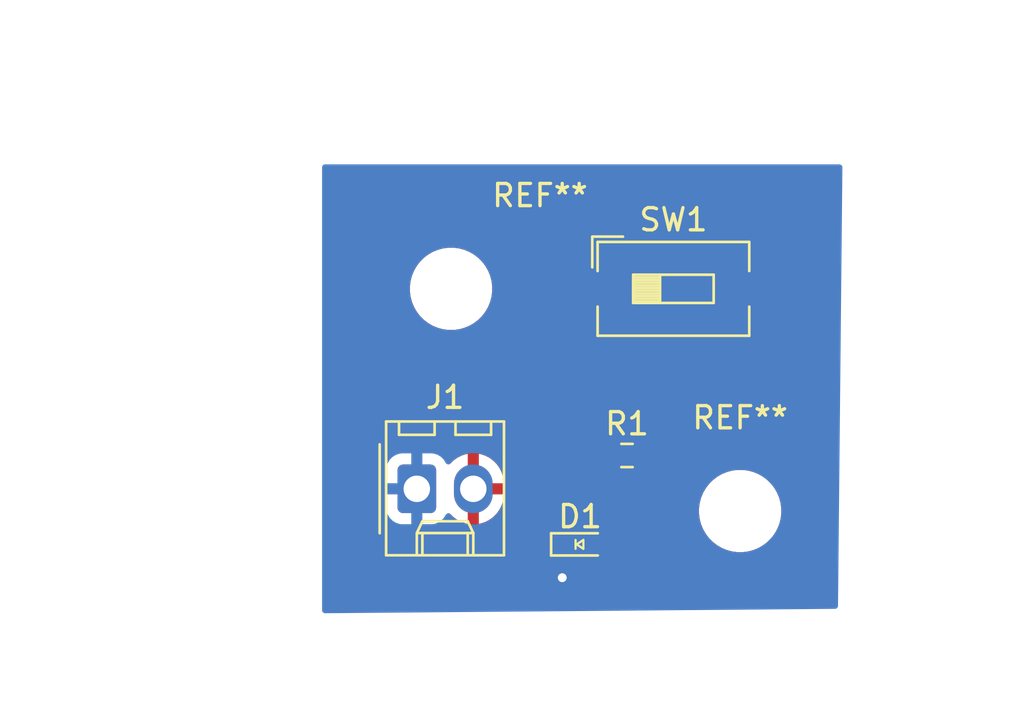
<source format=kicad_pcb>
(kicad_pcb (version 20240108) (generator "pcbnew") (generator_version "8.0")
  (title_block (title "Prog 1") (date "2022-08-16") (rev "0.0") (company "Illini Solar Car") (comment 1 "Designed By: Ritvik"))
  (layers (0 "F.Cu" signal) (31 "B.Cu" signal) (34 "B.Paste" user) (35 "F.Paste" user) (36 "B.SilkS" user "B.Silkscreen") (37 "F.SilkS" user "F.Silkscreen") (38 "B.Mask" user) (39 "F.Mask" user) (44 "Edge.Cuts" user))
  (net 0 "")
  (net 1 "Net-(D1-A)")
  (net 2 "GND")
  (net 3 "+3V3")
  (net 4 "Net-(R1-Pad1)")
  (footprint "layout:LED_0603_Symbol_on_F.SilkS" (layer "F.Cu") (at 130.8 70.5)
    (property "Reference" "D1" (at 0 -1.25 0) (layer "F.SilkS"))
    (property "Value" "LED_RED")
    (fp_line (start -1.3 -0.5) (end -1.3 0.5) (stroke (width 0.12)) (layer "F.SilkS"))
    (fp_line (start -1.3 -0.5) (end 0.8 -0.5) (stroke (width 0.12)) (layer "F.SilkS"))
    (fp_line (start -1.3 0.5) (end 0.8 0.5) (stroke (width 0.12)) (layer "F.SilkS"))
    (fp_line (start -0.2 -0.2) (end -0.2 0.2) (stroke (width 0.1)) (layer "F.SilkS"))
    (fp_line (start -0.15 0) (end 0.15 -0.2) (stroke (width 0.1)) (layer "F.SilkS"))
    (fp_line (start 0.15 -0.2) (end 0.15 0.2) (stroke (width 0.1)) (layer "F.SilkS"))
    (fp_line (start 0.15 0.2) (end -0.15 0) (stroke (width 0.1)) (layer "F.SilkS"))
    (pad "1" smd rect (at -0.8 0 180) (size 0.8 0.8) (layers "F.Cu" "F.Paste" "F.Mask") (net 2 "GND"))
    (pad "2" smd rect (at 0.8 0 180) (size 0.8 0.8) (layers "F.Cu" "F.Paste" "F.Mask") (net 1 "Net-(D1-A)"))
  )
  (footprint "MountingHole:MountingHole_3.2mm_M3" (layer "F.Cu") (at 138 69)
    (property "Reference" "REF**" (at 0 -4.2 0) (layer "F.SilkS"))
    (property "Value" "MountingHole_3.2mm_M3")
    (pad "" np_thru_hole circle (at 0 0) (size 3.2 3.2) (drill 3.2) (layers "*.Cu" "*.Mask"))
  )
  (footprint "Connector_Molex:Molex_KK-254_AE-6410-02A_1x02_P2.54mm_Vertical" (layer "F.Cu") (at 123.46 68)
    (property "Reference" "J1" (at 1.27 -4.12 0) (layer "F.SilkS"))
    (property "Value" "Conn_01x02")
    (fp_line (start -1.67 -2) (end -1.67 2) (stroke (width 0.12)) (layer "F.SilkS"))
    (fp_line (start -1.38 -3.03) (end -1.38 2.99) (stroke (width 0.12)) (layer "F.SilkS"))
    (fp_line (start -1.38 2.99) (end 3.92 2.99) (stroke (width 0.12)) (layer "F.SilkS"))
    (fp_line (start -0.8 -3.03) (end -0.8 -2.43) (stroke (width 0.12)) (layer "F.SilkS"))
    (fp_line (start -0.8 -2.43) (end 0.8 -2.43) (stroke (width 0.12)) (layer "F.SilkS"))
    (fp_line (start 0 1.99) (end 0.25 1.46) (stroke (width 0.12)) (layer "F.SilkS"))
    (fp_line (start 0 1.99) (end 2.54 1.99) (stroke (width 0.12)) (layer "F.SilkS"))
    (fp_line (start 0 2.99) (end 0 1.99) (stroke (width 0.12)) (layer "F.SilkS"))
    (fp_line (start 0.25 1.46) (end 2.29 1.46) (stroke (width 0.12)) (layer "F.SilkS"))
    (fp_line (start 0.25 2.99) (end 0.25 1.99) (stroke (width 0.12)) (layer "F.SilkS"))
    (fp_line (start 0.8 -2.43) (end 0.8 -3.03) (stroke (width 0.12)) (layer "F.SilkS"))
    (fp_line (start 1.74 -3.03) (end 1.74 -2.43) (stroke (width 0.12)) (layer "F.SilkS"))
    (fp_line (start 1.74 -2.43) (end 3.34 -2.43) (stroke (width 0.12)) (layer "F.SilkS"))
    (fp_line (start 2.29 1.46) (end 2.54 1.99) (stroke (width 0.12)) (layer "F.SilkS"))
    (fp_line (start 2.29 2.99) (end 2.29 1.99) (stroke (width 0.12)) (layer "F.SilkS"))
    (fp_line (start 2.54 1.99) (end 2.54 2.99) (stroke (width 0.12)) (layer "F.SilkS"))
    (fp_line (start 3.34 -2.43) (end 3.34 -3.03) (stroke (width 0.12)) (layer "F.SilkS"))
    (fp_line (start 3.92 -3.03) (end -1.38 -3.03) (stroke (width 0.12)) (layer "F.SilkS"))
    (fp_line (start 3.92 2.99) (end 3.92 -3.03) (stroke (width 0.12)) (layer "F.SilkS"))
    (pad "1" thru_hole roundrect (at 0 0) (size 1.74 2.19) (drill 1.19) (layers "*.Cu" "*.Mask") (roundrect_rratio 0.143678) (net 2 "GND"))
    (pad "2" thru_hole oval (at 2.54 0) (size 1.74 2.19) (drill 1.19) (layers "*.Cu" "*.Mask") (net 3 "+3V3"))
  )
  (footprint "Resistor_SMD:R_0603_1608Metric_Pad0.98x0.95mm_HandSolder" (layer "F.Cu") (at 132.9125 66.5)
    (property "Reference" "R1" (at 0 -1.43 0) (layer "F.SilkS"))
    (property "Value" "105")
    (fp_line (start -0.254724 -0.5225) (end 0.254724 -0.5225) (stroke (width 0.12)) (layer "F.SilkS"))
    (fp_line (start -0.254724 0.5225) (end 0.254724 0.5225) (stroke (width 0.12)) (layer "F.SilkS"))
    (pad "1" smd roundrect (at -0.9125 0) (size 0.975 0.95) (layers "F.Cu" "F.Paste" "F.Mask") (net 4 "Net-(R1-Pad1)"))
    (pad "2" smd roundrect (at 0.9125 0) (size 0.975 0.95) (layers "F.Cu" "F.Paste" "F.Mask") (net 1 "Net-(D1-A)"))
  )
  (footprint "Button_Switch_SMD:SW_DIP_SPSTx01_Slide_6.7x4.1mm_W8.61mm_P2.54mm_LowProfile" (layer "F.Cu") (at 135 59)
    (property "Reference" "SW1" (at 0 -3.11 0) (layer "F.SilkS"))
    (property "Value" "SW_Push")
    (fp_line (start -3.65 -2.35) (end -3.65 -0.967) (stroke (width 0.12)) (layer "F.SilkS"))
    (fp_line (start -3.65 -2.35) (end -2.267 -2.35) (stroke (width 0.12)) (layer "F.SilkS"))
    (fp_line (start -3.41 -2.11) (end -3.41 -0.8) (stroke (width 0.12)) (layer "F.SilkS"))
    (fp_line (start -3.41 -2.11) (end 3.41 -2.11) (stroke (width 0.12)) (layer "F.SilkS"))
    (fp_line (start -3.41 0.8) (end -3.41 2.11) (stroke (width 0.12)) (layer "F.SilkS"))
    (fp_line (start -3.41 2.11) (end 3.41 2.11) (stroke (width 0.12)) (layer "F.SilkS"))
    (fp_line (start -1.81 -0.635) (end -1.81 0.635) (stroke (width 0.12)) (layer "F.SilkS"))
    (fp_line (start -1.81 -0.515) (end -0.603333 -0.515) (stroke (width 0.12)) (layer "F.SilkS"))
    (fp_line (start -1.81 -0.395) (end -0.603333 -0.395) (stroke (width 0.12)) (layer "F.SilkS"))
    (fp_line (start -1.81 -0.275) (end -0.603333 -0.275) (stroke (width 0.12)) (layer "F.SilkS"))
    (fp_line (start -1.81 -0.155) (end -0.603333 -0.155) (stroke (width 0.12)) (layer "F.SilkS"))
    (fp_line (start -1.81 -0.035) (end -0.603333 -0.035) (stroke (width 0.12)) (layer "F.SilkS"))
    (fp_line (start -1.81 0.085) (end -0.603333 0.085) (stroke (width 0.12)) (layer "F.SilkS"))
    (fp_line (start -1.81 0.205) (end -0.603333 0.205) (stroke (width 0.12)) (layer "F.SilkS"))
    (fp_line (start -1.81 0.325) (end -0.603333 0.325) (stroke (width 0.12)) (layer "F.SilkS"))
    (fp_line (start -1.81 0.445) (end -0.603333 0.445) (stroke (width 0.12)) (layer "F.SilkS"))
    (fp_line (start -1.81 0.565) (end -0.603333 0.565) (stroke (width 0.12)) (layer "F.SilkS"))
    (fp_line (start -1.81 0.635) (end 1.81 0.635) (stroke (width 0.12)) (layer "F.SilkS"))
    (fp_line (start -0.603333 -0.635) (end -0.603333 0.635) (stroke (width 0.12)) (layer "F.SilkS"))
    (fp_line (start 1.81 -0.635) (end -1.81 -0.635) (stroke (width 0.12)) (layer "F.SilkS"))
    (fp_line (start 1.81 0.635) (end 1.81 -0.635) (stroke (width 0.12)) (layer "F.SilkS"))
    (fp_line (start 3.41 -2.11) (end 3.41 -0.8) (stroke (width 0.12)) (layer "F.SilkS"))
    (fp_line (start 3.41 0.8) (end 3.41 2.11) (stroke (width 0.12)) (layer "F.SilkS"))
    (pad "1" smd rect (at -4.305 0) (size 2.44 1.12) (layers "F.Cu" "F.Paste" "F.Mask") (net 3 "+3V3"))
    (pad "2" smd rect (at 4.305 0) (size 2.44 1.12) (layers "F.Cu" "F.Paste" "F.Mask") (net 4 "Net-(R1-Pad1)"))
  )
  (footprint "MountingHole:MountingHole_3.2mm_M3" (layer "F.Cu") (at 125 59)
    (property "Reference" "REF**" (at 4 -4.2 0) (layer "F.SilkS"))
    (property "Value" "MountingHole_3.2mm_M3")
    (pad "" np_thru_hole circle (at 0 0) (size 3.2 3.2) (drill 3.2) (layers "*.Cu" "*.Mask"))
  )
  (gr_line (start 123.828427 53.828427) (end 138.171573 53.828428) (stroke (width 0.2)) (layer "F.Cu"))
  (gr_arc (start 142 69) (mid 140.828427 71.828427) (end 138 73) (stroke (width 0.2)) (layer "F.Cu"))
  (gr_arc (start 123.828427 73.171573) (mid 121 72) (end 119.828427 69.171573) (stroke (width 0.2)) (layer "F.Cu"))
  (gr_arc (start 138.171573 53.828428) (mid 140.999999 55.000001) (end 142.171572 57.828427) (stroke (width 0.2)) (layer "F.Cu"))
  (gr_arc (start 119.828427 57.828427) (mid 121 55) (end 123.828427 53.828427) (stroke (width 0.2)) (layer "F.Cu"))
  (gr_line (start 142 69) (end 142.171572 57.828427) (stroke (width 0.2)) (layer "F.Cu"))
  (gr_line (start 119.828427 57.828427) (end 119.828427 69.171573) (stroke (width 0.2)) (layer "F.Cu"))
  (gr_line (start 123.828427 73.171573) (end 138 73) (stroke (width 0.2)) (layer "F.Cu"))
  (segment (start 133.825 69.375) (end 132.7 70.5) (width 0.25) (layer "F.Cu") (net 1))
  (segment (start 133.825 66.5) (end 133.825 69.375) (width 0.25) (layer "F.Cu") (net 1))
  (segment (start 132.7 70.5) (end 131.6 70.5) (width 0.25) (layer "F.Cu") (net 1))
  (segment (start 130 70.5) (end 130 72) (width 0.25) (layer "F.Cu") (net 2))
  (via (at 130 72) (size 0.8) (drill 0.4) (layers "F.Cu" "B.Cu") (net 2))
  (segment (start 132.4 63.8) (end 132 64.2) (width 0.25) (layer "F.Cu") (net 4))
  (segment (start 139.305 59) (end 139.305 61.295) (width 0.25) (layer "F.Cu") (net 4))
  (segment (start 132 64.2) (end 132 66.5) (width 0.25) (layer "F.Cu") (net 4))
  (segment (start 139.305 61.295) (end 137.2 63.4) (width 0.25) (layer "F.Cu") (net 4))
  (segment (start 137.2 63.4) (end 132.4 63.4) (width 0.25) (layer "F.Cu") (net 4))
  (segment (start 132.4 63.4) (end 132.4 63.8) (width 0.25) (layer "F.Cu") (net 4))
  (zone (net 3) (net_name "+3V3") (layer "F.Cu") (connect_pads (clearance 0.508)) (min_thickness 0.25) (fill yes (thermal_gap 0.5) (thermal_bridge_width 0.5))
    (polygon (pts (xy 119.2 53.4) (xy 142.6 53.4) (xy 142.4 73.4) (xy 119.2 73.6)))
  )
  (zone (net 2) (net_name "GND") (layer "B.Cu") (priority 1) (connect_pads (clearance 0.508)) (min_thickness 0.25) (fill yes (thermal_gap 0.5) (thermal_bridge_width 0.5))
    (polygon (pts (xy 119.2 53.4) (xy 142.6 53.4) (xy 142.4 73.4) (xy 119.2 73.6)))
  )
)
</source>
